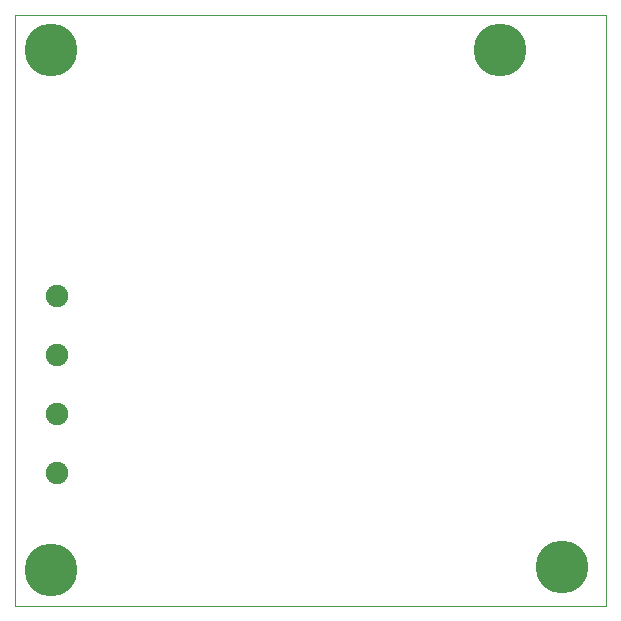
<source format=gbl>
G04 (created by PCBNEW (2013-jul-07)-stable) date Wed 08 Apr 2015 02:36:29 PM EDT*
%MOIN*%
G04 Gerber Fmt 3.4, Leading zero omitted, Abs format*
%FSLAX34Y34*%
G01*
G70*
G90*
G04 APERTURE LIST*
%ADD10C,0.00590551*%
%ADD11C,0.00393701*%
%ADD12C,0.0748031*%
%ADD13C,0.176*%
G04 APERTURE END LIST*
G54D10*
G54D11*
X48818Y-39763D02*
X48818Y-20078D01*
X29133Y-39763D02*
X48818Y-39763D01*
X29133Y-20078D02*
X29133Y-39763D01*
X48818Y-20078D02*
X29133Y-20078D01*
G54D12*
X30531Y-29427D03*
X30531Y-31396D03*
X30531Y-33364D03*
X30531Y-35333D03*
G54D13*
X47368Y-38487D03*
X45275Y-21259D03*
X30314Y-21259D03*
X30314Y-38582D03*
M02*

</source>
